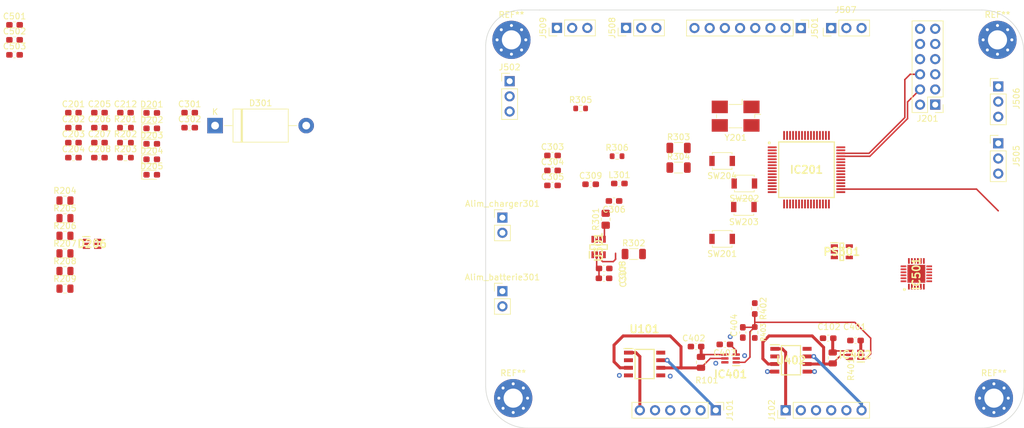
<source format=kicad_pcb>
(kicad_pcb (version 20221018) (generator pcbnew)
  (layers (0 "F.Cu" signal) (1 "In1.Cu" signal) (2 "In2.Cu" signal) (31 "B.Cu" signal) (34 "B.Paste" user) (35 "F.Paste" user) (36 "B.SilkS" user "B.Silkscreen") (37 "F.SilkS" user "F.Silkscreen") (38 "B.Mask" user) (39 "F.Mask" user) (44 "Edge.Cuts" user))
  (net 0 "")
  (net 1 "GND")
  (net 2 "Net-(Alim_batterie301-Pin_2)")
  (net 3 "Net-(Alim_charger301-Pin_2)")
  (net 4 "+BATT")
  (net 5 "/STM32G070RBT6/NRST")
  (net 6 "Net-(IC401-IN-)")
  (net 7 "/STM32G070RBT6/OSC_IN")
  (net 8 "+3.3V")
  (net 9 "Net-(IC201-PA0)")
  (net 10 "/STM32G070RBT6/VREF")
  (net 11 "Net-(IC201-PA1)")
  (net 12 "+5V")
  (net 13 "Net-(C305-Pad1)")
  (net 14 "Net-(U301-SW)")
  (net 15 "Net-(C306-Pad2)")
  (net 16 "Net-(U301-VCC)")
  (net 17 "/Drivers_moteurs/REF")
  (net 18 "Net-(IC501-REGOUT)")
  (net 19 "Net-(D201-K)")
  (net 20 "Net-(D202-K)")
  (net 21 "/STM32G070RBT6/RED")
  (net 22 "Net-(D203-K)")
  (net 23 "/STM32G070RBT6/YELLOW")
  (net 24 "Net-(D204-K)")
  (net 25 "/STM32G070RBT6/BLUE")
  (net 26 "Net-(D205-K)")
  (net 27 "/STM32G070RBT6/WHITE")
  (net 28 "Net-(D206-K)")
  (net 29 "/STM32G070RBT6/GREEN")
  (net 30 "Net-(D301-A1)")
  (net 31 "LIDAR_RX")
  (net 32 "LIDAR_PWM")
  (net 36 "/STM32G070RBT6/OSC_OUT")
  (net 37 "/STM32G070RBT6/BUTTON_1")
  (net 38 "PWM_MOT2_CH1")
  (net 39 "PWM_MOT2_CH2")
  (net 40 "/STM32G070RBT6/BUTTON_2")
  (net 41 "SPI1_MOSI")
  (net 43 "/STM32G070RBT6/BUTTON_3")
  (net 44 "SPI1_SCK")
  (net 45 "PWM_MOT1_CH1")
  (net 46 "PWM_MOT1_CH2")
  (net 47 "/STM32G070RBT6/TX")
  (net 48 "/STM32G070RBT6/RX")
  (net 55 "Moustache_1")
  (net 56 "Moustache_2")
  (net 57 "Moustache_3")
  (net 58 "Codeur1_PH1")
  (net 59 "Codeur1_PH2")
  (net 60 "Codeur2_PH1")
  (net 61 "Codeur2_PH2")
  (net 64 "SPI1_CS")
  (net 65 "SPI1_MISO")
  (net 67 "/STM32G070RBT6/SWDIO")
  (net 68 "/STM32G070RBT6/SWCLK")
  (net 72 "BUZZER")
  (net 74 "LIDAR_DEV")
  (net 75 "LIDAR_M")
  (net 78 "Bordure_1")
  (net 79 "Bordure_2")
  (net 80 "LIDAR_TX")
  (net 81 "ADC_1")
  (net 82 "ADC_2")
  (net 87 "/Drivers_moteurs/Motor1-")
  (net 88 "/Drivers_moteurs/Motor1+")
  (net 89 "/Drivers_moteurs/Motor2+")
  (net 90 "/Drivers_moteurs/Motor2-")
  (net 97 "Moustache_4")
  (net 100 "Net-(U301-BST)")
  (net 101 "Net-(U301-FB)")
  (net 102 "Net-(U301-EN{slash}SYNC)")
  (net 103 "Net-(U301-PG)")
  (net 104 "Net-(U101-VM)")
  (net 105 "Net-(U402-VM)")
  (net 106 "Net-(IC402-IN+)")
  (net 107 "Net-(IC402-IN-)")
  (net 108 "Net-(IC401-IN+)")
  (footprint "Resistor_SMD:R_0805_2012Metric" (layer "F.Cu") (at 56.625 72.86)
    (fp_text reference "R205")
    (fp_text value "3.3k")
  )
  (footprint "Capacitor_SMD:C_0603_1608Metric_Pad1.08x0.95mm_HandSolder" (layer "F.Cu") (at 77.485 55.19)
    (fp_text reference "C301")
    (fp_text value "1uF")
  )
  (footprint "LED_SMD:LED_0603_1608Metric_Pad1.05x0.95mm_HandSolder" (layer "F.Cu") (at 71.14 65.59)
    (fp_text reference "D205")
    (fp_text value "WHITE")
  )
  (footprint "Capacitor_SMD:C_0603_1608Metric_Pad1.08x0.95mm_HandSolder" (layer "F.Cu") (at 184.277 92.964 180)
    (fp_text reference "C102")
    (fp_text value "1uF" hide)
  )
  (footprint "Resistor_SMD:R_0603_1608Metric_Pad0.98x0.95mm_HandSolder" (layer "F.Cu") (at 66.745 62.72)
    (fp_text reference "R203")
    (fp_text value "10k")
  )
  (footprint "Library:SOIC127P600X175-8N" (layer "F.Cu") (at 153.576 97.282)
    (fp_text reference "U101")
    (fp_text value "ZXBM5210-S" hide)
  )
  (footprint "Resistor_SMD:R_0805_2012Metric_Pad1.20x1.40mm_HandSolder" (layer "F.Cu") (at 147.066 73.041 90)
    (fp_text reference "R301")
    (fp_text value "20")
  )
  (footprint "MountingHole:MountingHole_3.2mm_M3_Pad_Via" (layer "F.Cu") (at 212.6 43)
    (fp_text reference "REF**")
    (fp_text value "MountingHole_3.2mm_M3_Pad_Via" hide)
  )
  (footprint "Capacitor_SMD:C_0603_1608Metric_Pad1.08x0.95mm_HandSolder" (layer "F.Cu") (at 138.176 64.867)
    (fp_text reference "C304")
    (fp_text value "22uF")
  )
  (footprint "Capacitor_SMD:C_0603_1608Metric_Pad1.08x0.95mm_HandSolder" (layer "F.Cu") (at 162.179 94.361 180)
    (fp_text reference "C402")
    (fp_text value "1uF" hide)
  )
  (footprint "Resistor_SMD:R_1206_3216Metric" (layer "F.Cu") (at 159.258 64.389)
    (fp_text reference "R304")
    (fp_text value "7.36k")
  )
  (footprint "Capacitor_SMD:C_0603_1608Metric_Pad1.08x0.95mm_HandSolder" (layer "F.Cu") (at 148.463 69.977 180)
    (fp_text reference "C306")
    (fp_text value "0.1uF" hide)
  )
  (footprint "Capacitor_SMD:C_0603_1608Metric_Pad1.08x0.95mm_HandSolder" (layer "F.Cu") (at 62.395 57.7)
    (fp_text reference "C206")
    (fp_text value "5pF")
  )
  (footprint "Capacitor_SMD:C_0603_1608Metric_Pad1.08x0.95mm_HandSolder" (layer "F.Cu") (at 170 92 -90)
    (fp_text reference "C404")
    (fp_text value "100nF" hide)
  )
  (footprint "Library:SOT95P280X145-5N" (layer "F.Cu") (at 186.563 78.486)
    (fp_text reference "PS301")
    (fp_text value "MIC5317-3.3YM5-TR" hide)
  )
  (footprint "Connector_PinHeader_2.54mm:PinHeader_1x03_P2.54mm_Vertical" (layer "F.Cu") (at 212.725 50.8)
    (fp_text reference "J506")
    (fp_text value "Conn_01x03" hide)
  )
  (footprint "Connector_PinHeader_2.54mm:PinHeader_1x02_P2.54mm_Vertical" (layer "F.Cu") (at 129.794 72.771)
    (fp_text reference "Alim_charger301")
    (fp_text value "Conn_01x02" hide)
  )
  (footprint "Button_Switch_SMD:SW_SPST_B3U-1000P" (layer "F.Cu") (at 170.258 67.056 180)
    (fp_text reference "SW202")
    (fp_text value "SW_Push")
  )
  (footprint "Connector_PinHeader_2.54mm:PinHeader_1x03_P2.54mm_Vertical" (layer "F.Cu") (at 150.475 41 90)
    (fp_text reference "J508")
    (fp_text value "Conn_01x03")
  )
  (footprint "Capacitor_SMD:C_0603_1608Metric_Pad1.08x0.95mm_HandSolder" (layer "F.Cu") (at 62.395 62.72)
    (fp_text reference "C208")
    (fp_text value "5pF")
  )
  (footprint "Capacitor_SMD:C_0603_1608Metric_Pad1.08x0.95mm_HandSolder" (layer "F.Cu") (at 146.7855 82.931)
    (fp_text reference "C308")
    (fp_text value "0.1uF" hide)
  )
  (footprint "Library:IMU" (layer "F.Cu") (at 199.029 82.178 90)
    (fp_text reference "IC501")
    (fp_text value "IIM-20670" hide)
  )
  (footprint "MountingHole:MountingHole_3.2mm_M3_Pad_Via" (layer "F.Cu") (at 212 103)
    (fp_text reference "REF**")
    (fp_text value "MountingHole_3.2mm_M3_Pad_Via" hide)
  )
  (footprint "Capacitor_SMD:C_0603_1608Metric_Pad1.08x0.95mm_HandSolder" (layer "F.Cu") (at 77.485 57.7)
    (fp_text reference "C302")
    (fp_text value "1uF")
  )
  (footprint "Capacitor_SMD:C_0603_1608Metric_Pad1.08x0.95mm_HandSolder" (layer "F.Cu") (at 188.849 93.345 180)
    (fp_text reference "C401")
    (fp_text value "100nF" hide)
  )
  (footprint "Resistor_SMD:R_0603_1608Metric" (layer "F.Cu") (at 142.875 54.483)
    (fp_text reference "R305")
    (fp_text value "100k")
  )
  (footprint "Connector_PinHeader_2.54mm:PinHeader_1x08_P2.54mm_Vertical" (layer "F.Cu") (at 179.7 41.021 -90)
    (fp_text reference "J501")
    (fp_text value "Conn_01x08")
  )
  (footprint "Connector_PinHeader_2.54mm:PinHeader_1x02_P2.54mm_Vertical" (layer "F.Cu") (at 129.794 85.085)
    (fp_text reference "Alim_batterie301")
    (fp_text value "Conn_01x02" hide)
  )
  (footprint "Connector_PinHeader_2.54mm:PinHeader_1x03_P2.54mm_Vertical" (layer "F.Cu") (at 131 49.92)
    (fp_text reference "J502")
    (fp_text value "Conn_01x03")
  )
  (footprint "Resistor_SMD:R_0603_1608Metric_Pad0.98x0.95mm_HandSolder" (layer "F.Cu") (at 172 88 -90)
    (fp_text reference "R402")
    (fp_text value "100k" hide)
  )
  (footprint "Resistor_SMD:R_0603_1608Metric_Pad0.98x0.95mm_HandSolder" (layer "F.Cu") (at 66.745 60.21)
    (fp_text reference "R202")
    (fp_text value "10k")
  )
  (footprint "LED_SMD:LED_0603_1608Metric_Pad1.05x0.95mm_HandSolder" (layer "F.Cu") (at 71.14 63)
    (fp_text reference "D204")
    (fp_text value "BLUE")
  )
  (footprint "Capacitor_SMD:C_0603_1608Metric_Pad1.08x0.95mm_HandSolder" (layer "F.Cu") (at 138.176 67.377)
    (fp_text reference "C305")
    (fp_text value "15pF")
  )
  (footprint "Connector_PinHeader_2.54mm:PinHeader_1x03_P2.54mm_Vertical" (layer "F.Cu") (at 184.785 41.021 90)
    (fp_text reference "J507")
    (fp_text value "Conn_01x03" hide)
  )
  (footprint "Resistor_SMD:R_0603_1608Metric_Pad0.98x0.95mm_HandSolder" (layer "F.Cu") (at 66.745 57.7)
    (fp_text reference "R201")
    (fp_text value "10")
  )
  (footprint "MountingHole:MountingHole_3.2mm_M3_Pad_Via" (layer "F.Cu") (at 131.6 103)
    (fp_text reference "REF**")
    (fp_text value "MountingHole_3.2mm_M3_Pad_Via" hide)
  )
  (footprint "Resistor_SMD:R_0603_1608Metric" (layer "F.Cu") (at 148.971 62.484)
    (fp_text reference "R306")
    (fp_text value "100k")
  )
  (footprint "Capacitor_SMD:C_0603_1608Metric_Pad1.08x0.95mm_HandSolder" (layer "F.Cu") (at 66.745 55.19)
    (fp_text reference "C212")
    (fp_text value "4.7uF")
  )
  (footprint "Capacitor_SMD:C_0603_1608Metric_Pad1.08x0.95mm_HandSolder" (layer "F.Cu") (at 138.176 62.357)
    (fp_text reference "C303")
    (fp_text value "22uF")
  )
  (footprint "Capacitor_SMD:C_0603_1608Metric_Pad1.08x0.95mm_HandSolder" (layer "F.Cu") (at 58.045 57.7)
    (fp_text reference "C202")
    (fp_text value "10pF")
  )
  (footprint "Resistor_SMD:R_0805_2012Metric" (layer "F.Cu") (at 56.625 81.71)
    (fp_text reference "R208")
    (fp_text value "3.3k")
  )
  (footprint "Library:SOIC127P600X175-8N" (layer "F.Cu") (at 178.054 96.647)
    (fp_text reference "U402")
    (fp_text value "ZXBM5210-S" hide)
  )
  (footprint "Library:SOT65P210X110-6N" (layer "F.Cu") (at 188.783 95.743 180)
    (fp_text reference "IC402")
    (fp_text value "NCS199A2RSQT2G" hide)
  )
  (footprint "Capacitor_SMD:C_0603_1608Metric_Pad1.08x0.95mm_HandSolder" (layer "F.Cu") (at 58.045 55.19)
    (fp_text reference "C201")
    (fp_text value "100nF")
  )
  (footprint "Resistor_SMD:R_0805_2012Metric" (layer "F.Cu") (at 185.039 96.266 90)
    (fp_text reference "R401")
    (fp_text value "0.015" hide)
  )
  (footprint "Button_Switch_SMD:SW_SPST_B3U-1000P" (layer "F.Cu") (at 166.546 63.277 180)
    (fp_text reference "SW204")
    (fp_text value "SW_Push")
  )
  (footprint "Resistor_SMD:R_0805_2012Metric" (layer "F.Cu") (at 56.625 78.76)
    (fp_text reference "R207")
    (fp_text value "3.3k")
  )
  (footprint "Capacitor_SMD:C_0603_1608Metric_Pad1.08x0.95mm_HandSolder" (layer "F.Cu") (at 58.045 62.72)
    (fp_text reference "C204")
    (fp_text value "100nF")
  )
  (footprint "Crystal:Crystal_SMD_0603-4Pin_6.0x3.5mm_HandSoldering" (layer "F.Cu") (at 168.8 55.779 180)
    (fp_text reference "Y201")
    (fp_text value "16MHz")
  )
  (footprint "Capacitor_SMD:C_0603_1608Metric_Pad1.08x0.95mm_HandSolder" (layer "F.Cu") (at 48.195 40.49)
    (fp_text reference "C501")
    (fp_text value "100nF")
  )
  (footprint "Capacitor_SMD:C_0603_1608Metric_Pad1.08x0.95mm_HandSolder" (layer "F.Cu") (at 58.045 60.21)
    (fp_text reference "C203")
    (fp_text value "10pF")
  )
  (footprint "Connector_PinHeader_2.54mm:PinHeader_1x06_P2.54mm_Vertical" (layer "F.Cu") (at 177.165 105.029 90)
    (fp_text reference "J102")
    (fp_text value "Conn_01x06" hide)
  )
  (footprint "Capacitor_SMD:C_0603_1608Metric_Pad1.08x0.95mm_HandSolder" (layer "F.Cu") (at 62.395 55.19)
    (fp_text reference "C205")
    (fp_text value "100nF")
  )
  (footprint "Capacitor_SMD:C_0603_1608Metric_Pad1.08x0.95mm_HandSolder" (layer "F.Cu") (at 146.812 81.28)
    (fp_text reference "C307")
    (fp_text value "22uF" hide)
  )
  (footprint "LED_SMD:LED_0603_1608Metric_Pad1.05x0.95mm_HandSolder" (layer "F.Cu") (at 71.14 60.41)
    (fp_text reference "D203")
    (fp_text value "Yellow")
  )
  (footprint "Capacitor_SMD:C_0603_1608Metric_Pad1.08x0.95mm_HandSolder" (layer "F.Cu") (at 48.195 43)
    (fp_text reference "C502")
    (fp_text value "10nF")
  )
  (footprint "Resistor_SMD:R_1206_3216Metric" (layer "F.Cu") (at 159.258 61.099)
    (fp_text reference "R303")
    (fp_text value "40.2k")
  )
  (footprint "Library:SOT65P210X110-6N" (layer "F.Cu") (at 167.95 96.35 180)
    (fp_text reference "IC401")
    (fp_text value "NCS199A2RSQT2G" hide)
  )
  (footprint "Button_Switch_SMD:SW_SPST_B3U-1000P" (layer "F.Cu") (at 166.546 76.327 180)
    (fp_text reference "SW201")
    (fp_text value "SW_Push")
  )
  (footprint "Resistor_SMD:R_0805_2012Metric" (layer "F.Cu") (at 163 97 90)
    (fp_text reference "R101")
    (fp_text value "0.015" hide)
  )
  (footprint "Resistor_SMD:R_0805_2012Metric" (layer "F.Cu") (at 56.625 69.91)
    (fp_text reference "R204")
    (fp_text value "3.3k")
  )
  (footprint "Capacitor_SMD:C_0603_1608Metric_Pad1.08x0.95mm_HandSolder" (layer "F.Cu") (at 149.352 67.056)
    (fp_text reference "L301")
    (fp_text value "4.7uF")
  )
  (footprint "Connector_PinHeader_2.54mm:PinHeader_1x03_P2.54mm_Vertical" (layer "F.Cu") (at 138.92 41 90)
    (fp_text reference "J509")
    (fp_text value "Conn_01x03")
  )
  (footprint "Resistor_SMD:R_0603_1608Metric_Pad0.98x0.95mm_HandSolder" (layer "F.Cu") (at 172 92 -90)
    (fp_text reference "R403")
    (fp_text value "100k" hide)
  )
  (footprint "Capacitor_SMD:C_0603_1608Metric_Pad1.08x0.95mm_HandSolder" (layer "F.Cu") (at 144.5525 67.183)
    (fp_text reference "C309")
    (fp_text value "0.1uF")
  )
  (footprint "Diode_THT:D_DO-201AE_P15.24mm_Horizontal" (layer "F.Cu") (at 81.735 57.36)
    (fp_text reference "D301")
    (fp_text value "1.5KExxA")
  )
  (footprint "Library:QFP50P1200X1200X160-64N" (layer "F.Cu") (at 180.654 64.747)
    (fp_text reference "IC201")
    (fp_text value "STM32G070RBT6" hide)
  )
  (footprint "LED_SMD:LED_0603_1608Metric_Pad1.05x0.95mm_HandSolder" (layer "F.Cu") (at 71.14 57.82)
    (fp_text reference "D202")
    (fp_text value "RED")
  )
  (footprint "Capacitor_SMD:C_0603_1608Metric_Pad1.08x0.95mm_HandSolder" (layer "F.Cu") (at 62.395 60.21)
    (fp_text reference "C207")
    (fp_text value "100nF")
  )
  (footprint "Capacitor_SMD:C_0603_1608Metric_Pad1.08x0.95mm_HandSolder" (layer "F.Cu") (at 48.195 45.51)
    (fp_text reference "C503")
    (fp_text value "100nF")
  )
  (footprint "Capacitor_SMD:C_0603_1608Metric_Pad1.08x0.95mm_HandSolder" (layer "F.Cu") (at 167 94 180)
    (fp_text reference "C403")
    (fp_text value "100nF" hide)
  )
  (footprint "Connector_PinHeader_2.54mm:PinHeader_2x06_P2.54mm_Vertical" (layer "F.Cu") (at 202.184 53.848 180)
    (fp_text reference "J201")
    (fp_text value "Conn_02x07_Odd_Even" hide)
  )
  (footprint "Library:SOT65P280X100-8N" (layer "F.Cu") (at 145.882 77.694 90)
    (fp_text reference "U301")
    (fp_text value "MP1475DJ-LF-P" hide)
  )
  (footprint "Resistor_SMD:R_0805_2012Metric" (layer "F.Cu") (at 56.625 84.66)
    (fp_text reference "R209")
    (fp_text value "3.3k")
  )
  (footprint "Button_Switch_SMD:SW_SPST_B3U-1000P" (layer "F.Cu") (at 170.18 70.993 180)
    (fp_text reference "SW203")
    (fp_text value "SW_Push")
  )
  (footprint "Connector_PinHeader_2.54mm:PinHeader_1x06_P2.54mm_Vertical" (layer "F.Cu") (at 165.481 105.029 -90)
    (fp_text reference "J101")
    (fp_text value "Conn_01x06" hide)
  )
  (footprint "LED_SMD:LED_0603_1608Metric_Pad1.05x0.95mm_HandSolder" (layer "F.Cu") (at 71.14 55.23)
    (fp_text reference "D201")
    (fp_text value "LED_ON")
  )
  (footprint "Connector_PinHeader_2.54mm:PinHeader_1x03_P2.54mm_Vertical" (layer "F.Cu") (at 212.725 60.325)
    (fp_text reference "J505")
    (fp_text value "Conn_01x03" hide)
  )
  (footprint "Resistor_SMD:R_0805_2012Metric" (layer "F.Cu") (at 56.625 75.81)
    (fp_text reference "R206")
    (fp_text value "3.3k")
  )
  (footprint "MountingHole:MountingHole_3.2mm_M3_Pad_Via" (layer "F.Cu") (at 131.302944 43)
    (fp_text reference "REF**")
    (fp_text value "MountingHole_3.2mm_M3_Pad_Via" hide)
  )
  (footprint "Resistor_SMD:R_1206_3216Metric" (layer "F.Cu") (at 151.765 78.867)
    (fp_text reference "R302")
    (fp_text value "16k" hide)
  )
  (footprint "Library:SOT65P210X110-6N" (layer "F.Cu") (at 61.155 77.16)
    (fp_text reference "D206")
    (fp_text value "GREEN" hide)
  )
  (gr_line (start 217 45) (end 217 101) (stroke (width 0.1)) (layer "Edge.Cuts"))
  (gr_arc (start 127 44) (mid 128.757359 39.757359) (end 133 38) (stroke (width 0.1)) (layer "Edge.Cuts"))
  (gr_line (start 217 45) (end 217 52) (stroke (width 0.1)) (layer "Edge.Cuts"))
  (gr_line (start 127 48) (end 127 44) (stroke (width 0.1)) (layer "Edge.Cuts"))
  (gr_arc (start 217 101) (mid 214.949747 105.949747) (end 210 108) (stroke (width 0.1)) (layer "Edge.Cuts"))
  (gr_line (start 134 108) (end 210 108) (stroke (width 0.1)) (layer "Edge.Cuts"))
  (gr_line (start 127 48) (end 127 101) (stroke (width 0.1)) (layer "Edge.Cuts"))
  (gr_arc (start 134 108) (mid 129.050253 105.949747) (end 127 101) (stroke (width 0.1)) (layer "Edge.Cuts"))
  (gr_arc (start 210 38) (mid 214.949747 40.050253) (end 217 45) (stroke (width 0.1)) (layer "Edge.Cuts"))
  (gr_line (start 203 38) (end 210 38) (stroke (width 0.1)) (layer "Edge.Cuts"))
  (gr_line (start 133 38) (end 136 38) (stroke (width 0.1)) (layer "Edge.Cuts"))
  (gr_line (start 136 38) (end 203 38) (stroke (width 0.1)) (layer "Edge.Cuts"))
  (via (at 157.861 99.314) (size 0.8) (drill 0.4) (layers "F.Cu" "B.Cu") (net 0))
  (via (at 170.307 95.885) (size 0.8) (drill 0.4) (layers "F.Cu" "B.Cu") (net 0))
  (via (at 149.352 99.187) (size 0.8) (drill 0.4) (layers "F.Cu" "B.Cu") (net 0))
  (via (at 167.894 92.71) (size 0.8) (drill 0.4) (layers "F.Cu" "B.Cu") (net 0))
  (via (at 165.481 97.155) (size 0.8) (drill 0.4) (layers "F.Cu" "B.Cu") (net 0))
  (segment (start 185.039 95.3535) (end 185.039 93.0645) (width 0.5) (layer "F.Cu") (net 4))
  (segment (start 159.131 97.935) (end 159.766 97.935) (width 0.5) (layer "F.Cu") (net 4))
  (segment (start 186.4745 95.743) (end 185.039 97.1785) (width 0.25) (layer "F.Cu") (net 4))
  (segment (start 150.876 97.917) (end 149.479 97.917) (width 0.5) (layer "F.Cu") (net 4))
  (segment (start 156.294 97.935) (end 156.276 97.917) (width 0.5) (layer "F.Cu") (net 4))
  (segment (start 187.833 95.093) (end 185.2995 95.093) (width 0.25) (layer "F.Cu") (net 4))
  (segment (start 183.515 97.282) (end 184.9355 97.282) (width 0.5) (layer "F.Cu") (net 4))
  (segment (start 163.0415 94.361) (end 163.0415 96.046) (width 0.5) (layer "F.Cu") (net 4))
  (segment (start 185.039 93.0645) (end 185.1395 92.964) (width 0.5) (layer "F.Cu") (net 4))
  (segment (start 149.987 92.583) (end 157.861 92.583) (width 0.5) (layer "F.Cu") (net 4))
  (segment (start 183.515 94.488) (end 181.61 92.583) (width 0.5) (layer "F.Cu") (net 4))
  (segment (start 159.766 97.935) (end 162.9775 97.935) (width 0.5) (layer "F.Cu") (net 4))
  (segment (start 173.355 93.599) (end 174.371 92.583) (width 0.5) (layer "F.Cu") (net 4))
  (segment (start 173.355 96.393) (end 173.355 93.599) (width 0.5) (layer "F.Cu") (net 4))
  (segment (start 157.861 92.583) (end 159.6655 94.3875) (width 0.5) (layer "F.Cu") (net 4))
  (segment (start 174.371 92.583) (end 181.61 92.583) (width 0.5) (layer "F.Cu") (net 4))
  (segment (start 175.354 97.282) (end 174.244 97.282) (width 0.5) (layer "F.Cu") (net 4))
  (segment (start 145.9495 81.28) (end 145.9495 82.9045) (width 0.25) (layer "F.Cu") (net 4))
  (segment (start 162.9775 97.935) (end 163 97.9125) (width 0.5) (layer "F.Cu") (net 4))
  (segment (start 183.515 97.282) (end 183.515 94.488) (width 0.5) (layer "F.Cu") (net 4))
  (segment (start 149.479 97.917) (end 148.463 96.901) (width 0.5) (layer "F.Cu") (net 4))
  (segment (start 167 96.35) (end 164.5625 96.35) (width 0.25) (layer "F.Cu") (net 4))
  (segment (start 148.463 94.107) (end 149.987 92.583) (width 0.5) (layer "F.Cu") (net 4))
  (segment (start 163.0415 96.046) (end 163 96.0875) (width 0.5) (layer "F.Cu") (net 4))
  (segment (start 187.833 95.743) (end 186.4745 95.743) (width 0.25) (layer "F.Cu") (net 4))
  (segment (start 184.9355 97.282) (end 185.039 97.1785) (width 0.5) (layer "F.Cu") (net 4))
  (segment (start 159.6655 97.8345) (end 159.766 97.935) (width 0.5) (layer "F.Cu") (net 4))
  (segment (start 145.557 80.8875) (end 145.9495 81.28) (width 0.25) (layer "F.Cu") (net 4))
  (segment (start 159.6655 94.3875) (end 159.6655 97.8345) (width 0.5) (layer "F.Cu") (net 4))
  (segment (start 185.2995 95.093) (end 185.039 95.3535) (width 0.25) (layer "F.Cu") (net 4))
  (segment (start 145.9495 82.9045) (end 145.923 82.931) (width 0.25) (layer "F.Cu") (net 4))
  (segment (start 164.5625 96.35) (end 163 97.9125) (width 0.25) (layer "F.Cu") (net 4))
  (segment (start 182.88 97.282) (end 183.515 97.282) (width 0.5) (layer "F.Cu") (net 4))
  (segment (start 145.557 78.994) (end 145.557 80.8875) (width 0.25) (layer "F.Cu") (net 4))
  (segment (start 163.3875 95.7) (end 167 95.7) (width 0.25) (layer "F.Cu") (net 4))
  (segment (start 159.131 97.935) (end 156.294 97.935) (width 0.5) (layer "F.Cu") (net 4))
  (segment (start 148.463 96.901) (end 148.463 94.107) (width 0.5) (layer "F.Cu") (net 4))
  (segment (start 180.754 97.282) (end 182.88 97.282) (width 0.5) (layer "F.Cu") (net 4))
  (segment (start 163 96.0875) (end 163.3875 95.7) (width 0.25) (layer "F.Cu") (net 4))
  (segment (start 174.244 97.282) (end 173.355 96.393) (width 0.5) (layer "F.Cu") (net 4))
  (segment (start 189.733 93.3665) (end 189.7115 93.345) (width 0.5) (layer "F.Cu") (net 8))
  (segment (start 168.9 95.0375) (end 167.8625 94) (width 0.25) (layer "F.Cu") (net 8))
  (segment (start 189.733 95.093) (end 189.733 93.3665) (width 0.5) (layer "F.Cu") (net 8))
  (segment (start 168.9 95.7) (end 168.9 95.0375) (width 0.25) (layer "F.Cu") (net 8))
  (segment (start 146.558 80.137) (end 148.336 80.137) (width 0.25) (layer "F.Cu") (net 14))
  (segment (start 146.207 78.994) (end 146.207 79.786) (width 0.25) (layer "F.Cu") (net 14))
  (segment (start 148.336 80.137) (end 148.717 79.756) (width 0.25) (layer "F.Cu") (net 14))
  (segment (start 148.717 79.756) (end 148.717 79.629) (width 0.25) (layer "F.Cu") (net 14))
  (segment (start 148.717 79.629) (end 148.717 78.74) (width 0.25) (layer "F.Cu") (net 14))
  (segment (start 146.207 79.786) (end 146.558 80.137) (width 0.25) (layer "F.Cu") (net 14))
  (segment (start 171.95 91.1375) (end 172 91.0875) (width 0.25) (layer "F.Cu") (net 17))
  (segment (start 171.2 91.8875) (end 172 91.0875) (width 0.25) (layer "F.Cu") (net 17))
  (segment (start 168.9 97) (end 170.335 97) (width 0.25) (layer "F.Cu") (net 17))
  (segment (start 172 88.9125) (end 172 90.297) (width 0.25) (layer "F.Cu") (net 17))
  (segment (start 191.389 92.964) (end 191.389 95.587) (width 0.25) (layer "F.Cu") (net 17))
  (segment (start 190.583 96.393) (end 189.733 96.393) (width 0.25) (layer "F.Cu") (net 17))
  (segment (start 170.335 97) (end 171.2 96.135) (width 0.25) (layer "F.Cu") (net 17))
  (segment (start 191.389 95.587) (end 190.583 96.393) (width 0.25) (layer "F.Cu") (net 17))
  (segment (start 172 90.297) (end 172 91.0875) (width 0.25) (layer "F.Cu") (net 17))
  (segment (start 171.2 96.135) (end 171.2 91.8875) (width 0.25) (layer "F.Cu") (net 17))
  (segment (start 172 90.297) (end 188.722 90.297) (width 0.25) (layer "F.Cu") (net 17))
  (segment (start 188.722 90.297) (end 191.389 92.964) (width 0.25) (layer "F.Cu") (net 17))
  (segment (start 170 91.1375) (end 171.95 91.1375) (width 0.25) (layer "F.Cu") (net 17))
  (segment (start 175.354 98.552) (end 174.117 98.552) (width 0.5) (layer "F.Cu") (net 38))
  (via (at 174.117 98.552) (size 0.8) (drill 0.4) (layers "F.Cu" "B.Cu") (net 38))
  (segment (start 180.754 98.552) (end 181.991 98.552) (width 0.5) (layer "F.Cu") (net 39))
  (via (at 181.991 98.552) (size 0.8) (drill 0.4) (layers "F.Cu" "B.Cu") (net 39))
  (segment (start 186.392 67.997) (end 209.094 67.997) (width 0.25) (layer "F.Cu") (net 56))
  (segment (start 209.094 67.997) (end 212.725 71.628) (width 0.25) (layer "F.Cu") (net 56))
  (segment (start 197.554 56.193396) (end 197.554 53.398) (width 0.25) (layer "F.Cu") (net 67))
  (segment (start 197.554 53.398) (end 199.644 51.308) (width 0.25) (layer "F.Cu") (net 67))
  (segment (start 186.392 62.497) (end 191.250396 62.497) (width 0.25) (layer "F.Cu") (net 67))
  (segment (start 191.250396 62.497) (end 197.554 56.193396) (width 0.25) (layer "F.Cu") (net 67))
  (segment (start 186.392 61.997) (end 191.114 61.997) (width 0.25) (layer "F.Cu") (net 68))
  (segment (start 197.993 48.768) (end 199.644 48.768) (width 0.25) (layer "F.Cu") (net 68))
  (segment (start 197.104 49.657) (end 197.993 48.768) (width 0.25) (layer "F.Cu") (net 68))
  (segment (start 191.114 61.997) (end 197.104 56.007) (width 0.25) (layer "F.Cu") (net 68))
  (segment (start 197.104 56.007) (end 197.104 49.657) (width 0.25) (layer "F.Cu") (net 68))
  (segment (start 156.276 96.647) (end 157.353 96.647) (width 0.5) (layer "F.Cu") (net 87))
  (via (at 157.353 96.647) (size 0.8) (drill 0.4) (layers "F.Cu" "B.Cu") (net 87))
  (segment (start 157.353 96.647) (end 165.481 104.775) (width 0.5) (layer "B.Cu") (net 87))
  (segment (start 165.481 104.775) (end 165.481 105.029) (width 0.5) (layer "B.Cu") (net 87))
  (segment (start 152.126 95.377) (end 150.876 95.377) (width 0.5) (layer "F.Cu") (net 88))
  (segment (start 152.781 105.029) (end 152.781 96.032) (width 0.5) (layer "F.Cu") (net 88))
  (segment (start 150.894 95.395) (end 150.876 95.377) (width 0.5) (layer "F.Cu") (net 88))
  (segment (start 152.781 96.032) (end 152.126 95.377) (width 0.5) (layer "F.Cu") (net 88))
  (segment (start 175.354 94.742) (end 176.604 94.742) (width 0.5) (layer "F.Cu") (net 89))
  (segment (start 177.165 95.303) (end 177.165 105.029) (width 0.5) (layer "F.Cu") (net 89))
  (segment (start 176.604 94.742) (end 177.165 95.303) (width 0.5) (layer "F.Cu") (net 89))
  (segment (start 180.754 96.012) (end 181.864 96.012) (width 0.5) (layer "F.Cu") (net 90))
  (via (at 181.864 96.012) (size 0.8) (drill 0.4) (layers "F.Cu" "B.Cu") (net 90))
  (segment (start 189.865 103.886) (end 189.865 105.029) (width 0.5) (layer "B.Cu") (net 90))
  (segment (start 181.864 96.012) (end 189.738 103.886) (width 0.5) (layer "B.Cu") (net 90))
  (segment (start 189.738 103.886) (end 189.865 103.886) (width 0.5) (layer "B.Cu") (net 90))
  (segment (start 146.857 76.394) (end 146.857 74.25) (width 0.25) (layer "F.Cu") (net 100))
  (segment (start 146.857 74.25) (end 147.066 74.041) (width 0.25) (layer "F.Cu") (net 100))
)
</source>
